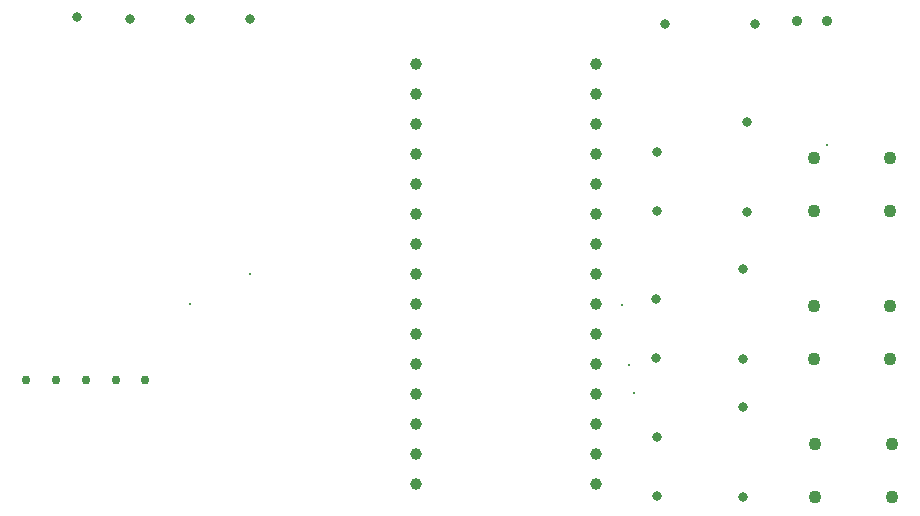
<source format=gbr>
%TF.GenerationSoftware,KiCad,Pcbnew,9.0.2*%
%TF.CreationDate,2025-12-29T14:15:13-08:00*%
%TF.ProjectId,akshera,616b7368-6572-4612-9e6b-696361645f70,rev?*%
%TF.SameCoordinates,Original*%
%TF.FileFunction,Plated,1,4,PTH,Drill*%
%TF.FilePolarity,Positive*%
%FSLAX46Y46*%
G04 Gerber Fmt 4.6, Leading zero omitted, Abs format (unit mm)*
G04 Created by KiCad (PCBNEW 9.0.2) date 2025-12-29 14:15:13*
%MOMM*%
%LPD*%
G01*
G04 APERTURE LIST*
%TA.AperFunction,ViaDrill*%
%ADD10C,0.300000*%
%TD*%
%TA.AperFunction,ComponentDrill*%
%ADD11C,0.762000*%
%TD*%
%TA.AperFunction,ComponentDrill*%
%ADD12C,0.800000*%
%TD*%
%TA.AperFunction,ComponentDrill*%
%ADD13C,0.900000*%
%TD*%
%TA.AperFunction,ComponentDrill*%
%ADD14C,1.000000*%
%TD*%
%TA.AperFunction,ComponentDrill*%
%ADD15C,1.100000*%
%TD*%
G04 APERTURE END LIST*
D10*
X147160000Y-86360000D03*
X152300000Y-83800000D03*
X183800000Y-86400000D03*
X184400000Y-91500000D03*
X184800000Y-93900000D03*
X201100000Y-72900000D03*
D11*
%TO.C,U1*%
X133350000Y-92790000D03*
X135890000Y-92790000D03*
X138430000Y-92790000D03*
X140930000Y-92790000D03*
X143430000Y-92790000D03*
D12*
%TO.C,U2*%
X137643000Y-62054000D03*
X142087000Y-62230000D03*
X147167000Y-62230000D03*
X152247000Y-62230000D03*
%TO.C,C2*%
X186690000Y-85900000D03*
X186690000Y-90900000D03*
%TO.C,C1*%
X186700000Y-73500000D03*
X186700000Y-78500000D03*
%TO.C,C3*%
X186700000Y-97600000D03*
X186700000Y-102600000D03*
%TO.C,R4*%
X187380000Y-62600000D03*
%TO.C,R2*%
X194000000Y-83400000D03*
X194000000Y-91020000D03*
%TO.C,R3*%
X194000000Y-95100000D03*
X194000000Y-102720000D03*
%TO.C,R1*%
X194400000Y-70900000D03*
X194400000Y-78520000D03*
%TO.C,R4*%
X195000000Y-62600000D03*
D13*
%TO.C,ALARM*%
X198560000Y-62400000D03*
X201100000Y-62400000D03*
D14*
%TO.C,A1*%
X166370000Y-66040000D03*
X166370000Y-68580000D03*
X166370000Y-71120000D03*
X166370000Y-73660000D03*
X166370000Y-76200000D03*
X166370000Y-78740000D03*
X166370000Y-81280000D03*
X166370000Y-83820000D03*
X166370000Y-86360000D03*
X166370000Y-88900000D03*
X166370000Y-91440000D03*
X166370000Y-93980000D03*
X166370000Y-96520000D03*
X166370000Y-99060000D03*
X166370000Y-101600000D03*
X181610000Y-66040000D03*
X181610000Y-68580000D03*
X181610000Y-71120000D03*
X181610000Y-73660000D03*
X181610000Y-76200000D03*
X181610000Y-78740000D03*
X181610000Y-81280000D03*
X181610000Y-83820000D03*
X181610000Y-86360000D03*
X181610000Y-88900000D03*
X181610000Y-91440000D03*
X181610000Y-93980000D03*
X181610000Y-96520000D03*
X181610000Y-99060000D03*
X181610000Y-101600000D03*
D15*
%TO.C,MENU*%
X200000000Y-74000000D03*
X200000000Y-78500000D03*
%TO.C,UP*%
X200000000Y-86500000D03*
X200000000Y-91000000D03*
%TO.C,DOWN*%
X200100000Y-98200000D03*
X200100000Y-102700000D03*
%TO.C,MENU*%
X206500000Y-74000000D03*
X206500000Y-78500000D03*
%TO.C,UP*%
X206500000Y-86500000D03*
X206500000Y-91000000D03*
%TO.C,DOWN*%
X206600000Y-98200000D03*
X206600000Y-102700000D03*
M02*

</source>
